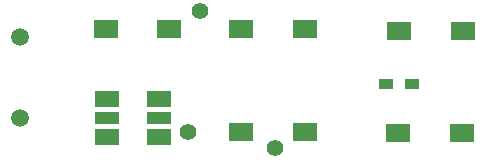
<source format=gbr>
G04 #@! TF.FileFunction,Soldermask,Bot*
%FSLAX46Y46*%
G04 Gerber Fmt 4.6, Leading zero omitted, Abs format (unit mm)*
G04 Created by KiCad (PCBNEW 4.0.2-stable) date 08.07.2016 15:13:44*
%MOMM*%
G01*
G04 APERTURE LIST*
%ADD10C,0.100000*%
%ADD11R,2.000000X1.400000*%
%ADD12R,2.000000X1.100000*%
%ADD13R,1.200000X0.900000*%
%ADD14R,2.000000X1.600000*%
%ADD15C,1.500000*%
%ADD16C,1.397000*%
G04 APERTURE END LIST*
D10*
D11*
X39900500Y-41033500D03*
D12*
X39900500Y-39433500D03*
D11*
X39900500Y-37833500D03*
X44300500Y-37833500D03*
D12*
X44300500Y-39433500D03*
D11*
X44300500Y-41033500D03*
D13*
X63543000Y-36576000D03*
X65743000Y-36576000D03*
D14*
X51275000Y-40640000D03*
X56675000Y-40640000D03*
X69946500Y-40703500D03*
X64546500Y-40703500D03*
X51275000Y-31940500D03*
X56675000Y-31940500D03*
X70010000Y-32067500D03*
X64610000Y-32067500D03*
X39781500Y-31940500D03*
X45181500Y-31940500D03*
D15*
X32575500Y-39404500D03*
X32575500Y-32604500D03*
D16*
X46736000Y-40640000D03*
X54102000Y-41973500D03*
X47815500Y-30416500D03*
M02*

</source>
